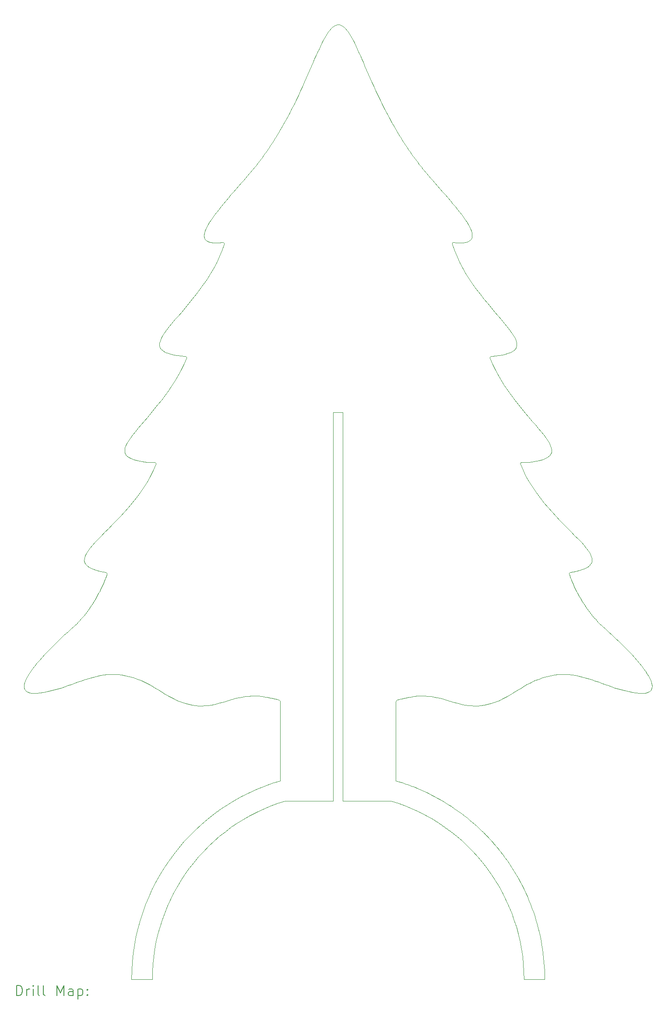
<source format=gbr>
%TF.GenerationSoftware,KiCad,Pcbnew,8.0.6*%
%TF.CreationDate,2024-11-23T10:48:38+01:00*%
%TF.ProjectId,ChristmasTree,43687269-7374-46d6-9173-547265652e6b,rev?*%
%TF.SameCoordinates,Original*%
%TF.FileFunction,Drillmap*%
%TF.FilePolarity,Positive*%
%FSLAX45Y45*%
G04 Gerber Fmt 4.5, Leading zero omitted, Abs format (unit mm)*
G04 Created by KiCad (PCBNEW 8.0.6) date 2024-11-23 10:48:38*
%MOMM*%
%LPD*%
G01*
G04 APERTURE LIST*
%ADD10C,0.100000*%
%ADD11C,0.200000*%
G04 APERTURE END LIST*
D10*
X14473817Y-12693140D02*
X14484143Y-12691380D01*
X14490388Y-12690314D01*
X15694412Y-15007000D02*
X15763566Y-15017272D01*
X15825114Y-15022857D01*
X15879262Y-15023909D01*
X15926216Y-15020582D01*
X15966182Y-15013029D01*
X15999364Y-15001405D01*
X16025970Y-14985864D01*
X16046205Y-14966560D01*
X16060274Y-14943647D01*
X16068383Y-14917279D01*
X16070738Y-14887609D01*
X16067544Y-14854792D01*
X16059009Y-14818982D01*
X16045336Y-14780333D01*
X16026732Y-14738999D01*
X16003403Y-14695134D01*
X15975554Y-14648891D01*
X15943391Y-14600426D01*
X15907120Y-14549891D01*
X15866946Y-14497441D01*
X15823076Y-14443230D01*
X15775715Y-14387413D01*
X15725068Y-14330142D01*
X15671342Y-14271572D01*
X15614742Y-14211856D01*
X15555475Y-14151150D01*
X15493744Y-14089607D01*
X15429757Y-14027381D01*
X15363720Y-13964626D01*
X15295837Y-13901495D01*
X15226315Y-13838144D01*
X15155359Y-13774726D01*
X11556342Y-4791617D02*
X11539745Y-4770038D01*
X11523293Y-4748430D01*
X11506983Y-4726795D01*
X11490815Y-4705135D01*
X11474788Y-4683450D01*
X11458901Y-4661745D01*
X11443154Y-4640019D01*
X11427545Y-4618276D01*
X11412073Y-4596517D01*
X11396738Y-4574743D01*
X11381539Y-4552957D01*
X11366475Y-4531161D01*
X11351544Y-4509357D01*
X11336746Y-4487545D01*
X11322081Y-4465729D01*
X11307546Y-4443910D01*
X11293141Y-4422090D01*
X11278866Y-4400271D01*
X11264720Y-4378454D01*
X11250700Y-4356642D01*
X11236808Y-4334836D01*
X11223041Y-4313039D01*
X11209398Y-4291252D01*
X11195880Y-4269477D01*
X11182484Y-4247715D01*
X11169211Y-4225970D01*
X11156058Y-4204242D01*
X11143026Y-4182534D01*
X11130113Y-4160847D01*
X11117319Y-4139183D01*
X11104642Y-4117545D01*
X11092081Y-4095933D01*
X13690990Y-10558836D02*
X13790835Y-10546286D01*
X13876291Y-10530470D01*
X13947998Y-10511392D01*
X14006599Y-10489053D01*
X14052736Y-10463455D01*
X14087050Y-10434601D01*
X14110183Y-10402493D01*
X14122777Y-10367133D01*
X14125473Y-10328524D01*
X14118913Y-10286669D01*
X14103740Y-10241568D01*
X14080594Y-10193226D01*
X14050118Y-10141643D01*
X14012954Y-10086823D01*
X13969742Y-10028767D01*
X13921125Y-9967478D01*
X13867745Y-9902958D01*
X13810243Y-9835210D01*
X13749261Y-9764236D01*
X13685442Y-9690038D01*
X13619425Y-9612618D01*
X13551855Y-9531979D01*
X13483371Y-9448123D01*
X13414616Y-9361053D01*
X13346232Y-9270770D01*
X13278860Y-9177277D01*
X13213143Y-9080577D01*
X13149721Y-8980671D01*
X13089238Y-8877562D01*
X13032333Y-8771252D01*
X12979650Y-8661744D01*
X12931830Y-8549040D01*
X10086666Y-16715836D02*
X10086666Y-17104958D01*
X12931830Y-8549040D02*
X12929247Y-8538223D01*
X12930947Y-8527229D01*
X12937192Y-8518661D01*
X12947429Y-8513228D01*
X12956875Y-8511659D01*
X8877336Y-16715492D02*
X8722833Y-16763827D01*
X8571093Y-16818184D01*
X8422257Y-16878422D01*
X8276465Y-16944400D01*
X8133858Y-17015978D01*
X7994576Y-17093015D01*
X7858760Y-17175372D01*
X7726550Y-17262906D01*
X7598086Y-17355478D01*
X7473509Y-17452948D01*
X7352959Y-17555174D01*
X7236578Y-17662017D01*
X7124504Y-17773336D01*
X7016879Y-17888990D01*
X6913843Y-18008839D01*
X6815537Y-18132742D01*
X6722100Y-18260559D01*
X6633674Y-18392150D01*
X6550399Y-18527373D01*
X6472415Y-18666089D01*
X6399863Y-18808157D01*
X6332883Y-18953436D01*
X6271615Y-19101786D01*
X6216200Y-19253066D01*
X6166779Y-19407137D01*
X6123492Y-19563856D01*
X6086479Y-19723085D01*
X6055880Y-19884682D01*
X6031837Y-20048507D01*
X6014490Y-20214420D01*
X6003978Y-20382279D01*
X6000443Y-20551945D01*
X8437070Y-4791617D02*
X8429916Y-4800837D01*
X8422674Y-4810110D01*
X8415347Y-4819435D01*
X8407937Y-4828810D01*
X8400445Y-4838234D01*
X8392873Y-4847707D01*
X8385223Y-4857227D01*
X8377497Y-4866793D01*
X8369696Y-4876404D01*
X8361823Y-4886059D01*
X8353879Y-4895757D01*
X8345866Y-4905497D01*
X8337786Y-4915277D01*
X8329640Y-4925096D01*
X8321431Y-4934955D01*
X8313160Y-4944850D01*
X8304829Y-4954782D01*
X8296439Y-4964748D01*
X8287994Y-4974749D01*
X8279494Y-4984783D01*
X8270941Y-4994849D01*
X8262338Y-5004945D01*
X8253685Y-5015071D01*
X8244985Y-5025226D01*
X8236239Y-5035408D01*
X8227450Y-5045617D01*
X8218619Y-5055850D01*
X8209748Y-5066108D01*
X8200839Y-5076389D01*
X8191893Y-5086692D01*
X8182913Y-5097016D01*
X8173900Y-5107360D01*
X7790442Y-6344889D02*
X7748163Y-6466522D01*
X7699728Y-6584694D01*
X7645863Y-6699403D01*
X7587291Y-6810646D01*
X7524737Y-6918420D01*
X7458925Y-7022722D01*
X7390578Y-7123551D01*
X7320422Y-7220902D01*
X7249180Y-7314775D01*
X7177576Y-7405165D01*
X7106335Y-7492071D01*
X7036181Y-7575489D01*
X6967838Y-7655417D01*
X6902030Y-7731853D01*
X6839482Y-7804793D01*
X6780917Y-7874235D01*
X6727060Y-7940177D01*
X6678635Y-8002615D01*
X6636366Y-8061548D01*
X6600977Y-8116972D01*
X6573193Y-8168884D01*
X6553737Y-8217283D01*
X6543334Y-8262165D01*
X6542708Y-8303528D01*
X6552583Y-8341369D01*
X6573684Y-8375686D01*
X6606734Y-8406476D01*
X6652458Y-8433735D01*
X6711580Y-8457463D01*
X6784824Y-8477655D01*
X6872914Y-8494309D01*
X6976575Y-8507423D01*
X10034818Y-2110164D02*
X10024280Y-2107369D01*
X10013516Y-2105736D01*
X10003279Y-2104989D01*
X9996697Y-2104859D01*
X12202986Y-6344889D02*
X12201314Y-6334122D01*
X12203852Y-6323788D01*
X12211934Y-6315707D01*
X12222861Y-6312625D01*
X12230476Y-6312797D01*
X7036900Y-8511659D02*
X7047870Y-8513781D01*
X7057453Y-8519705D01*
X7063027Y-8528665D01*
X7064018Y-8539950D01*
X7061601Y-8549040D01*
X11142172Y-15152349D02*
X11156487Y-15148785D01*
X11170987Y-15145237D01*
X11185675Y-15141706D01*
X11200555Y-15138191D01*
X11215631Y-15134692D01*
X11230906Y-15131209D01*
X11246385Y-15127743D01*
X11262070Y-15124294D01*
X11277967Y-15120861D01*
X11294078Y-15117444D01*
X11310407Y-15114045D01*
X11326957Y-15110662D01*
X11343734Y-15107295D01*
X11360740Y-15103946D01*
X11377979Y-15100613D01*
X11395455Y-15097297D01*
X8878749Y-16715492D02*
X8877336Y-16715492D01*
X5523144Y-12732277D02*
X5511801Y-12763292D01*
X5499927Y-12794669D01*
X5487508Y-12826383D01*
X5474533Y-12858406D01*
X5460991Y-12890714D01*
X5446870Y-12923279D01*
X5432159Y-12956076D01*
X5416845Y-12989078D01*
X5400917Y-13022260D01*
X5384363Y-13055595D01*
X5367173Y-13089056D01*
X5349334Y-13122618D01*
X5330834Y-13156255D01*
X5311662Y-13189941D01*
X5291807Y-13223648D01*
X5271256Y-13257352D01*
X5249998Y-13291025D01*
X5228022Y-13324643D01*
X5205316Y-13358178D01*
X5181867Y-13391604D01*
X5157666Y-13424896D01*
X5132699Y-13458026D01*
X5106956Y-13490970D01*
X5080424Y-13523700D01*
X5053093Y-13556191D01*
X5024950Y-13588416D01*
X4995983Y-13620350D01*
X4966182Y-13651966D01*
X4935535Y-13683237D01*
X4904029Y-13714139D01*
X4871654Y-13744643D01*
X4838397Y-13774726D01*
X6447065Y-10563419D02*
X6458028Y-10564424D01*
X6467606Y-10569250D01*
X6473613Y-10578742D01*
X6473901Y-10589755D01*
X6471750Y-10596904D01*
X12956875Y-8511659D02*
X12967698Y-8511183D01*
X12978727Y-8510557D01*
X12989949Y-8509785D01*
X13001353Y-8508868D01*
X13012926Y-8507808D01*
X13016819Y-8507423D01*
X4838397Y-13774726D02*
X4767410Y-13838144D01*
X4697859Y-13901495D01*
X4629949Y-13964626D01*
X4563885Y-14027381D01*
X4499875Y-14089607D01*
X4438122Y-14151150D01*
X4378834Y-14211856D01*
X4322215Y-14271572D01*
X4268472Y-14330142D01*
X4217809Y-14387413D01*
X4170433Y-14443230D01*
X4126550Y-14497441D01*
X4086364Y-14549891D01*
X4050083Y-14600426D01*
X4017910Y-14648891D01*
X3990053Y-14695134D01*
X3966716Y-14738999D01*
X3948105Y-14780333D01*
X3934427Y-14818982D01*
X3925886Y-14854792D01*
X3922689Y-14887609D01*
X3925040Y-14917279D01*
X3933146Y-14943647D01*
X3947213Y-14966560D01*
X3967446Y-14985864D01*
X3994050Y-15001405D01*
X4027232Y-15013029D01*
X4067197Y-15020582D01*
X4114150Y-15023909D01*
X4168298Y-15022857D01*
X4229846Y-15017272D01*
X4299000Y-15007000D01*
X11114648Y-15199616D02*
X11115375Y-15187838D01*
X11117780Y-15176739D01*
X11122193Y-15166919D01*
X11128948Y-15158978D01*
X11138377Y-15153515D01*
X11142172Y-15152349D01*
X9904627Y-16715492D02*
X9904627Y-9595039D01*
X6471750Y-10596904D02*
X6420560Y-10714895D01*
X6363512Y-10828985D01*
X6301329Y-10939228D01*
X6234730Y-11045672D01*
X6164436Y-11148369D01*
X6091169Y-11247370D01*
X6015647Y-11342726D01*
X5938593Y-11434486D01*
X5860726Y-11522703D01*
X5782768Y-11607426D01*
X5705438Y-11688707D01*
X5629459Y-11766596D01*
X5555549Y-11841144D01*
X5484430Y-11912402D01*
X5416822Y-11980421D01*
X5353447Y-12045251D01*
X5295024Y-12106943D01*
X5242275Y-12165548D01*
X5195919Y-12221117D01*
X5156678Y-12273701D01*
X5125272Y-12323349D01*
X5102422Y-12370114D01*
X5088848Y-12414045D01*
X5085271Y-12455195D01*
X5092412Y-12493612D01*
X5110991Y-12529349D01*
X5141729Y-12562455D01*
X5185347Y-12592982D01*
X5242564Y-12620981D01*
X5314103Y-12646502D01*
X5400683Y-12669596D01*
X5503025Y-12690314D01*
X5519611Y-12693140D02*
X5526709Y-12700731D01*
X5527697Y-12711263D01*
X5526353Y-12721183D01*
X5523144Y-12732277D01*
X13447558Y-14976994D02*
X13539912Y-14918315D01*
X13629285Y-14866495D01*
X13715833Y-14821233D01*
X13799710Y-14782227D01*
X13881073Y-14749177D01*
X13960076Y-14721780D01*
X14036874Y-14699736D01*
X14111623Y-14682743D01*
X14184478Y-14670500D01*
X14255594Y-14662706D01*
X14325127Y-14659059D01*
X14393231Y-14659259D01*
X14460062Y-14663004D01*
X14525775Y-14669992D01*
X14590526Y-14679923D01*
X14654469Y-14692494D01*
X14717759Y-14707406D01*
X14780553Y-14724356D01*
X14843005Y-14743044D01*
X14905271Y-14763168D01*
X14967505Y-14784426D01*
X15029863Y-14806518D01*
X15092500Y-14829142D01*
X15155572Y-14851997D01*
X15219234Y-14874782D01*
X15283640Y-14897195D01*
X15348946Y-14918935D01*
X15415308Y-14939702D01*
X15482880Y-14959192D01*
X15551818Y-14977107D01*
X15622277Y-14993143D01*
X15694412Y-15007000D01*
X8901331Y-4095933D02*
X8888773Y-4117545D01*
X8876101Y-4139183D01*
X8863312Y-4160847D01*
X8850406Y-4182534D01*
X8837382Y-4204242D01*
X8824239Y-4225970D01*
X8810976Y-4247715D01*
X8797591Y-4269477D01*
X8784084Y-4291252D01*
X8770452Y-4313039D01*
X8756697Y-4334836D01*
X8742815Y-4356642D01*
X8728806Y-4378454D01*
X8714670Y-4400271D01*
X8700404Y-4422090D01*
X8686008Y-4443910D01*
X8671481Y-4465729D01*
X8656822Y-4487545D01*
X8642028Y-4509357D01*
X8627101Y-4531161D01*
X8612037Y-4552957D01*
X8596837Y-4574743D01*
X8581499Y-4596517D01*
X8566022Y-4618276D01*
X8550405Y-4640019D01*
X8534646Y-4661745D01*
X8518746Y-4683450D01*
X8502702Y-4705135D01*
X8486513Y-4726795D01*
X8470179Y-4748430D01*
X8453699Y-4770038D01*
X8437070Y-4791617D01*
X14470269Y-12732277D02*
X14467057Y-12721183D01*
X14465710Y-12711263D01*
X14466698Y-12700732D01*
X14473817Y-12693140D01*
X9996697Y-2104859D02*
X9986234Y-2105191D01*
X9976201Y-2106187D01*
X9965799Y-2108098D01*
X9958613Y-2110164D01*
X14490388Y-12690314D02*
X14592728Y-12669596D01*
X14679307Y-12646502D01*
X14750844Y-12620981D01*
X14808060Y-12592982D01*
X14851677Y-12562455D01*
X14882414Y-12529349D01*
X14900992Y-12493612D01*
X14908132Y-12455195D01*
X14904554Y-12414045D01*
X14890980Y-12370114D01*
X14868129Y-12323349D01*
X14836723Y-12273701D01*
X14797481Y-12221117D01*
X14751125Y-12165548D01*
X14698376Y-12106943D01*
X14639953Y-12045251D01*
X14576577Y-11980421D01*
X14508970Y-11912402D01*
X14437851Y-11841144D01*
X14363941Y-11766596D01*
X14287962Y-11688707D01*
X14210633Y-11607426D01*
X14132675Y-11522703D01*
X14054809Y-11434486D01*
X13977756Y-11342726D01*
X13902235Y-11247370D01*
X13828969Y-11148369D01*
X13758676Y-11045672D01*
X13692079Y-10939228D01*
X13629897Y-10828985D01*
X13572851Y-10714895D01*
X13521662Y-10596904D01*
X7061601Y-8549040D02*
X7013777Y-8661744D01*
X6961091Y-8771252D01*
X6904184Y-8877562D01*
X6843697Y-8980671D01*
X6780273Y-9080577D01*
X6714553Y-9177277D01*
X6647180Y-9270770D01*
X6578794Y-9361053D01*
X6510037Y-9448123D01*
X6441552Y-9531979D01*
X6373980Y-9612618D01*
X6307962Y-9690038D01*
X6244141Y-9764236D01*
X6183159Y-9835210D01*
X6125656Y-9902958D01*
X6072276Y-9967478D01*
X6023658Y-10028767D01*
X5980447Y-10086823D01*
X5943282Y-10141643D01*
X5912806Y-10193226D01*
X5889660Y-10241568D01*
X5874487Y-10286669D01*
X5867929Y-10328524D01*
X5870626Y-10367133D01*
X5883220Y-10402493D01*
X5906354Y-10434601D01*
X5940669Y-10463455D01*
X5986807Y-10489053D01*
X6045409Y-10511392D01*
X6117118Y-10530470D01*
X6202575Y-10546286D01*
X6302422Y-10558836D01*
X11395455Y-15097297D02*
X11468361Y-15085597D01*
X11538404Y-15078406D01*
X11605815Y-15075325D01*
X11670821Y-15075954D01*
X11733655Y-15079893D01*
X11794544Y-15086744D01*
X11853718Y-15096105D01*
X11911408Y-15107577D01*
X11967843Y-15120761D01*
X12023252Y-15135256D01*
X12077865Y-15150664D01*
X12131911Y-15166584D01*
X12185621Y-15182616D01*
X12239224Y-15198362D01*
X12292950Y-15213420D01*
X12347028Y-15227392D01*
X12401687Y-15239878D01*
X12457158Y-15250477D01*
X12513671Y-15258791D01*
X12571454Y-15264419D01*
X12630737Y-15266962D01*
X12691751Y-15266021D01*
X12754724Y-15261194D01*
X12819886Y-15252083D01*
X12887468Y-15238289D01*
X12957698Y-15219410D01*
X13030806Y-15195048D01*
X13107022Y-15164802D01*
X13186576Y-15128274D01*
X13269696Y-15085063D01*
X13356614Y-15034769D01*
X13447558Y-14976994D01*
X13990506Y-20551945D02*
X13989620Y-20466960D01*
X13986973Y-20382406D01*
X13982584Y-20298300D01*
X13976470Y-20214660D01*
X13968647Y-20131505D01*
X13959134Y-20048851D01*
X13947947Y-19966716D01*
X13935105Y-19885119D01*
X13920625Y-19804075D01*
X13904524Y-19723604D01*
X13886820Y-19643722D01*
X13867530Y-19564448D01*
X13846671Y-19485799D01*
X13824262Y-19407793D01*
X13800319Y-19330446D01*
X13774860Y-19253778D01*
X13747902Y-19177805D01*
X13719463Y-19102545D01*
X13689561Y-19028016D01*
X13658212Y-18954236D01*
X13625434Y-18881221D01*
X13591245Y-18808990D01*
X13555662Y-18737560D01*
X13518703Y-18666950D01*
X13480385Y-18597176D01*
X13440725Y-18528256D01*
X13399741Y-18460208D01*
X13357450Y-18393049D01*
X13313870Y-18326798D01*
X13269018Y-18261471D01*
X13222912Y-18197086D01*
X13175569Y-18133662D01*
X11819512Y-5107360D02*
X11810532Y-5097016D01*
X11801583Y-5086692D01*
X11792666Y-5076389D01*
X11783783Y-5066108D01*
X11774936Y-5055850D01*
X11766128Y-5045617D01*
X11757359Y-5035408D01*
X11748631Y-5025226D01*
X11739947Y-5015071D01*
X11731308Y-5004945D01*
X11722716Y-4994849D01*
X11714173Y-4984783D01*
X11705681Y-4974749D01*
X11697240Y-4964748D01*
X11688855Y-4954782D01*
X11680525Y-4944850D01*
X11672252Y-4934955D01*
X11664040Y-4925096D01*
X11655889Y-4915277D01*
X11647801Y-4905497D01*
X11639779Y-4895757D01*
X11631823Y-4886059D01*
X11623936Y-4876404D01*
X11616119Y-4866793D01*
X11608375Y-4857227D01*
X11600705Y-4847707D01*
X11593111Y-4838234D01*
X11585594Y-4828810D01*
X11578157Y-4819435D01*
X11570802Y-4810110D01*
X11563530Y-4800837D01*
X11556342Y-4791617D01*
X6976575Y-8507423D02*
X6988207Y-8508529D01*
X6999692Y-8509492D01*
X7011029Y-8510312D01*
X7022217Y-8510987D01*
X7033254Y-8511516D01*
X7036900Y-8511659D01*
X6400487Y-20551945D02*
X6403561Y-20404003D01*
X6412711Y-20257197D01*
X6427827Y-20111676D01*
X6448799Y-19967583D01*
X6475519Y-19825066D01*
X6507878Y-19684269D01*
X6545766Y-19545338D01*
X6589074Y-19408420D01*
X6637693Y-19273660D01*
X6691513Y-19141203D01*
X6750426Y-19011195D01*
X6814321Y-18883783D01*
X6883091Y-18759112D01*
X6956625Y-18637327D01*
X7034815Y-18518575D01*
X7117551Y-18403000D01*
X7204723Y-18290750D01*
X7296224Y-18181969D01*
X7391943Y-18076803D01*
X7491771Y-17975399D01*
X7595600Y-17877901D01*
X7703319Y-17784456D01*
X7814819Y-17695209D01*
X7929993Y-17610306D01*
X8048729Y-17529893D01*
X8170919Y-17454116D01*
X8296454Y-17383119D01*
X8425224Y-17317050D01*
X8557120Y-17256054D01*
X8692034Y-17200276D01*
X8829855Y-17149862D01*
X8970475Y-17104958D01*
X8878749Y-15199616D02*
X8878749Y-16715492D01*
X6302422Y-10558836D02*
X6317083Y-10560209D01*
X6331507Y-10561367D01*
X6345697Y-10562318D01*
X6359656Y-10563066D01*
X6373387Y-10563621D01*
X6386895Y-10563987D01*
X6400181Y-10564173D01*
X6413251Y-10564185D01*
X6426106Y-10564030D01*
X6438750Y-10563714D01*
X6447065Y-10563419D01*
X13175569Y-18133662D02*
X13165056Y-18119926D01*
X13154485Y-18106235D01*
X13143857Y-18092591D01*
X13133171Y-18078993D01*
X13122428Y-18065441D01*
X13111628Y-18051936D01*
X13100770Y-18038478D01*
X13089855Y-18025067D01*
X13078884Y-18011704D01*
X13067856Y-17998388D01*
X13056771Y-17985121D01*
X13045630Y-17971902D01*
X13034432Y-17958732D01*
X13023178Y-17945610D01*
X13011868Y-17932538D01*
X13000502Y-17919515D01*
X12989081Y-17906542D01*
X12977603Y-17893618D01*
X12966071Y-17880745D01*
X12954482Y-17867922D01*
X12942839Y-17855150D01*
X12931140Y-17842429D01*
X12919386Y-17829759D01*
X12907578Y-17817141D01*
X12895714Y-17804575D01*
X12883796Y-17792060D01*
X12871824Y-17779598D01*
X12859797Y-17767189D01*
X12847716Y-17754832D01*
X12835580Y-17742528D01*
X12823391Y-17730278D01*
X12811148Y-17718082D01*
X10086666Y-17104958D02*
X11020803Y-17104958D01*
X9904627Y-9595039D02*
X10086666Y-9595039D01*
X11092081Y-4095933D02*
X11039612Y-4003589D01*
X10989172Y-3911855D01*
X10940686Y-3820865D01*
X10894075Y-3730754D01*
X10849261Y-3641656D01*
X10806167Y-3553706D01*
X10764715Y-3467038D01*
X10724828Y-3381786D01*
X10686427Y-3298085D01*
X10649435Y-3216069D01*
X10613774Y-3135873D01*
X10579367Y-3057631D01*
X10546135Y-2981478D01*
X10514002Y-2907548D01*
X10482890Y-2835975D01*
X10452720Y-2766894D01*
X10423415Y-2700439D01*
X10394897Y-2636744D01*
X10367090Y-2575945D01*
X10339914Y-2518175D01*
X10313292Y-2463569D01*
X10287148Y-2412261D01*
X10261402Y-2364387D01*
X10235977Y-2320079D01*
X10210795Y-2279472D01*
X10185780Y-2242702D01*
X10160853Y-2209902D01*
X10135936Y-2181207D01*
X10110951Y-2156751D01*
X10085822Y-2136669D01*
X10060470Y-2121095D01*
X10034818Y-2110164D01*
X9904627Y-17104958D02*
X9904627Y-16715492D01*
X4299000Y-15007000D02*
X4371136Y-14993143D01*
X4441598Y-14977107D01*
X4510541Y-14959192D01*
X4578119Y-14939702D01*
X4644488Y-14918935D01*
X4709803Y-14897195D01*
X4774219Y-14874782D01*
X4837890Y-14851997D01*
X4900973Y-14829142D01*
X4963621Y-14806518D01*
X5025990Y-14784426D01*
X5088236Y-14763168D01*
X5150512Y-14743044D01*
X5212974Y-14724356D01*
X5275777Y-14707406D01*
X5339076Y-14692494D01*
X5403027Y-14679923D01*
X5467783Y-14669992D01*
X5533501Y-14663004D01*
X5600335Y-14659259D01*
X5668440Y-14659059D01*
X5737971Y-14662706D01*
X5809084Y-14670500D01*
X5881933Y-14682743D01*
X5956673Y-14699736D01*
X6033460Y-14721780D01*
X6112448Y-14749177D01*
X6193793Y-14782227D01*
X6277649Y-14821233D01*
X6364171Y-14866495D01*
X6453515Y-14918315D01*
X6545836Y-14976994D01*
X8851584Y-15152349D02*
X8861825Y-15156852D01*
X8869331Y-15164034D01*
X8874427Y-15173294D01*
X8877433Y-15184033D01*
X8878673Y-15195652D01*
X8878749Y-15199616D01*
X13016819Y-8507423D02*
X13120481Y-8494309D01*
X13208573Y-8477655D01*
X13281817Y-8457463D01*
X13340940Y-8433735D01*
X13386665Y-8406476D01*
X13419716Y-8375686D01*
X13440817Y-8341369D01*
X13450693Y-8303528D01*
X13450067Y-8262165D01*
X13439665Y-8217283D01*
X13420210Y-8168884D01*
X13392426Y-8116972D01*
X13357037Y-8061548D01*
X13314768Y-8002615D01*
X13266344Y-7940177D01*
X13212487Y-7874235D01*
X13153923Y-7804793D01*
X13091375Y-7731853D01*
X13025567Y-7655417D01*
X12957225Y-7575489D01*
X12887072Y-7492071D01*
X12815832Y-7405165D01*
X12744230Y-7314775D01*
X12672989Y-7220902D01*
X12602834Y-7123551D01*
X12534489Y-7022722D01*
X12468678Y-6918420D01*
X12406126Y-6810646D01*
X12347557Y-6699403D01*
X12293694Y-6584694D01*
X12245262Y-6466522D01*
X12202986Y-6344889D01*
X13521662Y-10596904D02*
X13519077Y-10586393D01*
X13520757Y-10576021D01*
X13528160Y-10567503D01*
X13538787Y-10563742D01*
X13546364Y-10563419D01*
X10086666Y-9595039D02*
X10086666Y-16715836D01*
X11114648Y-16715836D02*
X11114648Y-15199616D01*
X8597939Y-15097297D02*
X8615416Y-15100613D01*
X8632657Y-15103946D01*
X8649666Y-15107295D01*
X8666448Y-15110662D01*
X8683006Y-15114045D01*
X8699346Y-15117444D01*
X8715470Y-15120861D01*
X8731383Y-15124294D01*
X8747089Y-15127743D01*
X8762592Y-15131209D01*
X8777897Y-15134692D01*
X8793007Y-15138191D01*
X8807927Y-15141706D01*
X8822660Y-15145237D01*
X8837211Y-15148785D01*
X8851584Y-15152349D01*
X7762918Y-6312797D02*
X7773990Y-6313083D01*
X7783962Y-6317303D01*
X7790741Y-6326460D01*
X7791962Y-6337537D01*
X7790442Y-6344889D01*
X5503025Y-12690314D02*
X5513370Y-12692043D01*
X5519611Y-12693140D01*
X12811148Y-17718082D02*
X12767062Y-17674927D01*
X12722316Y-17632452D01*
X12676919Y-17590666D01*
X12630880Y-17549577D01*
X12584205Y-17509194D01*
X12536905Y-17469524D01*
X12488987Y-17430576D01*
X12440460Y-17392358D01*
X12391332Y-17354878D01*
X12341611Y-17318146D01*
X12291305Y-17282169D01*
X12240424Y-17246955D01*
X12188974Y-17212513D01*
X12136966Y-17178852D01*
X12084406Y-17145979D01*
X12031303Y-17113902D01*
X11977666Y-17082631D01*
X11923503Y-17052173D01*
X11868822Y-17022537D01*
X11813632Y-16993731D01*
X11757941Y-16965764D01*
X11701756Y-16938643D01*
X11645088Y-16912377D01*
X11587943Y-16886975D01*
X11530331Y-16862444D01*
X11472259Y-16838794D01*
X11413736Y-16816031D01*
X11354771Y-16794166D01*
X11295371Y-16773205D01*
X11235545Y-16753157D01*
X11175301Y-16734032D01*
X11114648Y-16715836D01*
X9958613Y-2110164D02*
X9932989Y-2121095D01*
X9907662Y-2136669D01*
X9882555Y-2156751D01*
X9857589Y-2181207D01*
X9832687Y-2209902D01*
X9807771Y-2242702D01*
X9782765Y-2279472D01*
X9757591Y-2320079D01*
X9732170Y-2364387D01*
X9706427Y-2412261D01*
X9680282Y-2463569D01*
X9653658Y-2518175D01*
X9626479Y-2575945D01*
X9598666Y-2636744D01*
X9570142Y-2700439D01*
X9540830Y-2766894D01*
X9510652Y-2835975D01*
X9479529Y-2907548D01*
X9447386Y-2981478D01*
X9414144Y-3057631D01*
X9379726Y-3135873D01*
X9344055Y-3216069D01*
X9307052Y-3298085D01*
X9268640Y-3381786D01*
X9228742Y-3467038D01*
X9187281Y-3553706D01*
X9144178Y-3641656D01*
X9099356Y-3730754D01*
X9052738Y-3820865D01*
X9004247Y-3911855D01*
X8953803Y-4003589D01*
X8901331Y-4095933D01*
X12230476Y-6312797D02*
X12299906Y-6319519D01*
X12361084Y-6321738D01*
X12414303Y-6319618D01*
X12459859Y-6313321D01*
X12498045Y-6303013D01*
X12529156Y-6288858D01*
X12553486Y-6271019D01*
X12571331Y-6249660D01*
X12582984Y-6224945D01*
X12588740Y-6197038D01*
X12588894Y-6166103D01*
X12583740Y-6132304D01*
X12573572Y-6095805D01*
X12558686Y-6056770D01*
X12539375Y-6015363D01*
X12515934Y-5971748D01*
X12488657Y-5926088D01*
X12457840Y-5878548D01*
X12423776Y-5829292D01*
X12386760Y-5778483D01*
X12347087Y-5726285D01*
X12305051Y-5672863D01*
X12260946Y-5618381D01*
X12215067Y-5563001D01*
X12167709Y-5506889D01*
X12119165Y-5450209D01*
X12069732Y-5393123D01*
X12019702Y-5335796D01*
X11969370Y-5278393D01*
X11919032Y-5221076D01*
X11868981Y-5164011D01*
X11819512Y-5107360D01*
X6545836Y-14976994D02*
X6636780Y-15034769D01*
X6723697Y-15085063D01*
X6806818Y-15128274D01*
X6886372Y-15164802D01*
X6962588Y-15195048D01*
X7035696Y-15219410D01*
X7105926Y-15238289D01*
X7173507Y-15252083D01*
X7238670Y-15261194D01*
X7301643Y-15266021D01*
X7362657Y-15266962D01*
X7421940Y-15264419D01*
X7479723Y-15258791D01*
X7536235Y-15250477D01*
X7591706Y-15239878D01*
X7646366Y-15227392D01*
X7700444Y-15213420D01*
X7754169Y-15198362D01*
X7807772Y-15182616D01*
X7861482Y-15166584D01*
X7915529Y-15150664D01*
X7970142Y-15135256D01*
X8025551Y-15120761D01*
X8081986Y-15107577D01*
X8139675Y-15096105D01*
X8198850Y-15086744D01*
X8259739Y-15079893D01*
X8322572Y-15075954D01*
X8387579Y-15075325D01*
X8454990Y-15078406D01*
X8525033Y-15085597D01*
X8597939Y-15097297D01*
X11020803Y-17104958D02*
X11161392Y-17149926D01*
X11299186Y-17200398D01*
X11434073Y-17256229D01*
X11565945Y-17317271D01*
X11694692Y-17383382D01*
X11820206Y-17454413D01*
X11942377Y-17530221D01*
X12061095Y-17610659D01*
X12176251Y-17695582D01*
X12287737Y-17784845D01*
X12395442Y-17878302D01*
X12499258Y-17975807D01*
X12599075Y-18077215D01*
X12694783Y-18182380D01*
X12786275Y-18291157D01*
X12873439Y-18403400D01*
X12956168Y-18518964D01*
X13034351Y-18637703D01*
X13107880Y-18759472D01*
X13176645Y-18884125D01*
X13240537Y-19011516D01*
X13299446Y-19141501D01*
X13353264Y-19273933D01*
X13401880Y-19408667D01*
X13445186Y-19545557D01*
X13483073Y-19684458D01*
X13515431Y-19825225D01*
X13542150Y-19967712D01*
X13563123Y-20111772D01*
X13578238Y-20257262D01*
X13587388Y-20404035D01*
X13590462Y-20551945D01*
X15155359Y-13774726D02*
X15122070Y-13744643D01*
X15089664Y-13714139D01*
X15058130Y-13683237D01*
X15027457Y-13651966D01*
X14997631Y-13620350D01*
X14968643Y-13588416D01*
X14940479Y-13556191D01*
X14913129Y-13523700D01*
X14886580Y-13490970D01*
X14860821Y-13458026D01*
X14835840Y-13424896D01*
X14811626Y-13391604D01*
X14788167Y-13358178D01*
X14765450Y-13324643D01*
X14743465Y-13291025D01*
X14722200Y-13257352D01*
X14701642Y-13223648D01*
X14681781Y-13189941D01*
X14662604Y-13156255D01*
X14644100Y-13122618D01*
X14626257Y-13089056D01*
X14609063Y-13055595D01*
X14592507Y-13022260D01*
X14576578Y-12989078D01*
X14561262Y-12956076D01*
X14546549Y-12923279D01*
X14532427Y-12890714D01*
X14518884Y-12858406D01*
X14505908Y-12826383D01*
X14493488Y-12794669D01*
X14481612Y-12763292D01*
X14470269Y-12732277D01*
X13590462Y-20551945D02*
X13990506Y-20551945D01*
X8970475Y-17104958D02*
X9904627Y-17104958D01*
X8173900Y-5107360D02*
X8124461Y-5164011D01*
X8074437Y-5221076D01*
X8024121Y-5278393D01*
X7973809Y-5335796D01*
X7923795Y-5393123D01*
X7874374Y-5450209D01*
X7825841Y-5506889D01*
X7778490Y-5563001D01*
X7732616Y-5618381D01*
X7688513Y-5672863D01*
X7646477Y-5726285D01*
X7606802Y-5778483D01*
X7569783Y-5829292D01*
X7535714Y-5878548D01*
X7504889Y-5926088D01*
X7477605Y-5971748D01*
X7454155Y-6015363D01*
X7434834Y-6056770D01*
X7419937Y-6095805D01*
X7409759Y-6132304D01*
X7404593Y-6166103D01*
X7404735Y-6197038D01*
X7410480Y-6224945D01*
X7422122Y-6249660D01*
X7439956Y-6271019D01*
X7464276Y-6288858D01*
X7495378Y-6303013D01*
X7533555Y-6313321D01*
X7579103Y-6319618D01*
X7632317Y-6321738D01*
X7693490Y-6319519D01*
X7762918Y-6312797D01*
X6000443Y-20551945D02*
X6400487Y-20551945D01*
X13546364Y-10563419D02*
X13558869Y-10563835D01*
X13571581Y-10564096D01*
X13584504Y-10564195D01*
X13597641Y-10564126D01*
X13610998Y-10563880D01*
X13624576Y-10563453D01*
X13638380Y-10562835D01*
X13652414Y-10562021D01*
X13666682Y-10561003D01*
X13681186Y-10559775D01*
X13690990Y-10558836D01*
D11*
X3775842Y-20868429D02*
X3775842Y-20668429D01*
X3775842Y-20668429D02*
X3823461Y-20668429D01*
X3823461Y-20668429D02*
X3852032Y-20677953D01*
X3852032Y-20677953D02*
X3871080Y-20697001D01*
X3871080Y-20697001D02*
X3880604Y-20716048D01*
X3880604Y-20716048D02*
X3890127Y-20754143D01*
X3890127Y-20754143D02*
X3890127Y-20782715D01*
X3890127Y-20782715D02*
X3880604Y-20820810D01*
X3880604Y-20820810D02*
X3871080Y-20839858D01*
X3871080Y-20839858D02*
X3852032Y-20858905D01*
X3852032Y-20858905D02*
X3823461Y-20868429D01*
X3823461Y-20868429D02*
X3775842Y-20868429D01*
X3975842Y-20868429D02*
X3975842Y-20735096D01*
X3975842Y-20773191D02*
X3985366Y-20754143D01*
X3985366Y-20754143D02*
X3994889Y-20744620D01*
X3994889Y-20744620D02*
X4013937Y-20735096D01*
X4013937Y-20735096D02*
X4032985Y-20735096D01*
X4099651Y-20868429D02*
X4099651Y-20735096D01*
X4099651Y-20668429D02*
X4090127Y-20677953D01*
X4090127Y-20677953D02*
X4099651Y-20687477D01*
X4099651Y-20687477D02*
X4109175Y-20677953D01*
X4109175Y-20677953D02*
X4099651Y-20668429D01*
X4099651Y-20668429D02*
X4099651Y-20687477D01*
X4223461Y-20868429D02*
X4204413Y-20858905D01*
X4204413Y-20858905D02*
X4194889Y-20839858D01*
X4194889Y-20839858D02*
X4194889Y-20668429D01*
X4328223Y-20868429D02*
X4309175Y-20858905D01*
X4309175Y-20858905D02*
X4299651Y-20839858D01*
X4299651Y-20839858D02*
X4299651Y-20668429D01*
X4556794Y-20868429D02*
X4556794Y-20668429D01*
X4556794Y-20668429D02*
X4623461Y-20811286D01*
X4623461Y-20811286D02*
X4690128Y-20668429D01*
X4690128Y-20668429D02*
X4690128Y-20868429D01*
X4871080Y-20868429D02*
X4871080Y-20763667D01*
X4871080Y-20763667D02*
X4861556Y-20744620D01*
X4861556Y-20744620D02*
X4842509Y-20735096D01*
X4842509Y-20735096D02*
X4804413Y-20735096D01*
X4804413Y-20735096D02*
X4785366Y-20744620D01*
X4871080Y-20858905D02*
X4852032Y-20868429D01*
X4852032Y-20868429D02*
X4804413Y-20868429D01*
X4804413Y-20868429D02*
X4785366Y-20858905D01*
X4785366Y-20858905D02*
X4775842Y-20839858D01*
X4775842Y-20839858D02*
X4775842Y-20820810D01*
X4775842Y-20820810D02*
X4785366Y-20801762D01*
X4785366Y-20801762D02*
X4804413Y-20792239D01*
X4804413Y-20792239D02*
X4852032Y-20792239D01*
X4852032Y-20792239D02*
X4871080Y-20782715D01*
X4966318Y-20735096D02*
X4966318Y-20935096D01*
X4966318Y-20744620D02*
X4985366Y-20735096D01*
X4985366Y-20735096D02*
X5023461Y-20735096D01*
X5023461Y-20735096D02*
X5042509Y-20744620D01*
X5042509Y-20744620D02*
X5052032Y-20754143D01*
X5052032Y-20754143D02*
X5061556Y-20773191D01*
X5061556Y-20773191D02*
X5061556Y-20830334D01*
X5061556Y-20830334D02*
X5052032Y-20849381D01*
X5052032Y-20849381D02*
X5042509Y-20858905D01*
X5042509Y-20858905D02*
X5023461Y-20868429D01*
X5023461Y-20868429D02*
X4985366Y-20868429D01*
X4985366Y-20868429D02*
X4966318Y-20858905D01*
X5147270Y-20849381D02*
X5156794Y-20858905D01*
X5156794Y-20858905D02*
X5147270Y-20868429D01*
X5147270Y-20868429D02*
X5137747Y-20858905D01*
X5137747Y-20858905D02*
X5147270Y-20849381D01*
X5147270Y-20849381D02*
X5147270Y-20868429D01*
X5147270Y-20744620D02*
X5156794Y-20754143D01*
X5156794Y-20754143D02*
X5147270Y-20763667D01*
X5147270Y-20763667D02*
X5137747Y-20754143D01*
X5137747Y-20754143D02*
X5147270Y-20744620D01*
X5147270Y-20744620D02*
X5147270Y-20763667D01*
M02*

</source>
